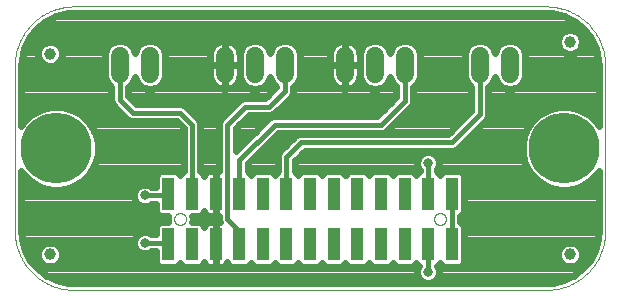
<source format=gtl>
G75*
%MOIN*%
%OFA0B0*%
%FSLAX25Y25*%
%IPPOS*%
%LPD*%
%AMOC8*
5,1,8,0,0,1.08239X$1,22.5*
%
%ADD10C,0.00000*%
%ADD11C,0.06000*%
%ADD12R,0.03937X0.10827*%
%ADD13C,0.23622*%
%ADD14C,0.03937*%
%ADD15C,0.03150*%
%ADD16C,0.01600*%
%ADD17C,0.02400*%
D10*
X0045507Y0040429D02*
X0202987Y0040429D01*
X0203463Y0040435D01*
X0203938Y0040452D01*
X0204413Y0040481D01*
X0204887Y0040521D01*
X0205360Y0040573D01*
X0205831Y0040636D01*
X0206301Y0040710D01*
X0206769Y0040796D01*
X0207235Y0040893D01*
X0207698Y0041001D01*
X0208158Y0041120D01*
X0208616Y0041251D01*
X0209070Y0041392D01*
X0209521Y0041545D01*
X0209967Y0041708D01*
X0210410Y0041882D01*
X0210848Y0042067D01*
X0211282Y0042262D01*
X0211711Y0042468D01*
X0212135Y0042684D01*
X0212554Y0042910D01*
X0212967Y0043146D01*
X0213374Y0043392D01*
X0213775Y0043648D01*
X0214169Y0043914D01*
X0214558Y0044189D01*
X0214939Y0044473D01*
X0215313Y0044766D01*
X0215681Y0045068D01*
X0216041Y0045380D01*
X0216393Y0045699D01*
X0216737Y0046027D01*
X0217074Y0046364D01*
X0217402Y0046708D01*
X0217721Y0047060D01*
X0218033Y0047420D01*
X0218335Y0047788D01*
X0218628Y0048162D01*
X0218912Y0048543D01*
X0219187Y0048932D01*
X0219453Y0049326D01*
X0219709Y0049727D01*
X0219955Y0050134D01*
X0220191Y0050547D01*
X0220417Y0050966D01*
X0220633Y0051390D01*
X0220839Y0051819D01*
X0221034Y0052253D01*
X0221219Y0052691D01*
X0221393Y0053134D01*
X0221556Y0053580D01*
X0221709Y0054031D01*
X0221850Y0054485D01*
X0221981Y0054943D01*
X0222100Y0055403D01*
X0222208Y0055866D01*
X0222305Y0056332D01*
X0222391Y0056800D01*
X0222465Y0057270D01*
X0222528Y0057741D01*
X0222580Y0058214D01*
X0222620Y0058688D01*
X0222649Y0059163D01*
X0222666Y0059638D01*
X0222672Y0060114D01*
X0222672Y0115232D01*
X0222666Y0115708D01*
X0222649Y0116183D01*
X0222620Y0116658D01*
X0222580Y0117132D01*
X0222528Y0117605D01*
X0222465Y0118076D01*
X0222391Y0118546D01*
X0222305Y0119014D01*
X0222208Y0119480D01*
X0222100Y0119943D01*
X0221981Y0120403D01*
X0221850Y0120861D01*
X0221709Y0121315D01*
X0221556Y0121766D01*
X0221393Y0122212D01*
X0221219Y0122655D01*
X0221034Y0123093D01*
X0220839Y0123527D01*
X0220633Y0123956D01*
X0220417Y0124380D01*
X0220191Y0124799D01*
X0219955Y0125212D01*
X0219709Y0125619D01*
X0219453Y0126020D01*
X0219187Y0126414D01*
X0218912Y0126803D01*
X0218628Y0127184D01*
X0218335Y0127558D01*
X0218033Y0127926D01*
X0217721Y0128286D01*
X0217402Y0128638D01*
X0217074Y0128982D01*
X0216737Y0129319D01*
X0216393Y0129647D01*
X0216041Y0129966D01*
X0215681Y0130278D01*
X0215313Y0130580D01*
X0214939Y0130873D01*
X0214558Y0131157D01*
X0214169Y0131432D01*
X0213775Y0131698D01*
X0213374Y0131954D01*
X0212967Y0132200D01*
X0212554Y0132436D01*
X0212135Y0132662D01*
X0211711Y0132878D01*
X0211282Y0133084D01*
X0210848Y0133279D01*
X0210410Y0133464D01*
X0209967Y0133638D01*
X0209521Y0133801D01*
X0209070Y0133954D01*
X0208616Y0134095D01*
X0208158Y0134226D01*
X0207698Y0134345D01*
X0207235Y0134453D01*
X0206769Y0134550D01*
X0206301Y0134636D01*
X0205831Y0134710D01*
X0205360Y0134773D01*
X0204887Y0134825D01*
X0204413Y0134865D01*
X0203938Y0134894D01*
X0203463Y0134911D01*
X0202987Y0134917D01*
X0045507Y0134917D01*
X0045031Y0134911D01*
X0044556Y0134894D01*
X0044081Y0134865D01*
X0043607Y0134825D01*
X0043134Y0134773D01*
X0042663Y0134710D01*
X0042193Y0134636D01*
X0041725Y0134550D01*
X0041259Y0134453D01*
X0040796Y0134345D01*
X0040336Y0134226D01*
X0039878Y0134095D01*
X0039424Y0133954D01*
X0038973Y0133801D01*
X0038527Y0133638D01*
X0038084Y0133464D01*
X0037646Y0133279D01*
X0037212Y0133084D01*
X0036783Y0132878D01*
X0036359Y0132662D01*
X0035940Y0132436D01*
X0035527Y0132200D01*
X0035120Y0131954D01*
X0034719Y0131698D01*
X0034325Y0131432D01*
X0033936Y0131157D01*
X0033555Y0130873D01*
X0033181Y0130580D01*
X0032813Y0130278D01*
X0032453Y0129966D01*
X0032101Y0129647D01*
X0031757Y0129319D01*
X0031420Y0128982D01*
X0031092Y0128638D01*
X0030773Y0128286D01*
X0030461Y0127926D01*
X0030159Y0127558D01*
X0029866Y0127184D01*
X0029582Y0126803D01*
X0029307Y0126414D01*
X0029041Y0126020D01*
X0028785Y0125619D01*
X0028539Y0125212D01*
X0028303Y0124799D01*
X0028077Y0124380D01*
X0027861Y0123956D01*
X0027655Y0123527D01*
X0027460Y0123093D01*
X0027275Y0122655D01*
X0027101Y0122212D01*
X0026938Y0121766D01*
X0026785Y0121315D01*
X0026644Y0120861D01*
X0026513Y0120403D01*
X0026394Y0119943D01*
X0026286Y0119480D01*
X0026189Y0119014D01*
X0026103Y0118546D01*
X0026029Y0118076D01*
X0025966Y0117605D01*
X0025914Y0117132D01*
X0025874Y0116658D01*
X0025845Y0116183D01*
X0025828Y0115708D01*
X0025822Y0115232D01*
X0025822Y0060114D01*
X0025828Y0059638D01*
X0025845Y0059163D01*
X0025874Y0058688D01*
X0025914Y0058214D01*
X0025966Y0057741D01*
X0026029Y0057270D01*
X0026103Y0056800D01*
X0026189Y0056332D01*
X0026286Y0055866D01*
X0026394Y0055403D01*
X0026513Y0054943D01*
X0026644Y0054485D01*
X0026785Y0054031D01*
X0026938Y0053580D01*
X0027101Y0053134D01*
X0027275Y0052691D01*
X0027460Y0052253D01*
X0027655Y0051819D01*
X0027861Y0051390D01*
X0028077Y0050966D01*
X0028303Y0050547D01*
X0028539Y0050134D01*
X0028785Y0049727D01*
X0029041Y0049326D01*
X0029307Y0048932D01*
X0029582Y0048543D01*
X0029866Y0048162D01*
X0030159Y0047788D01*
X0030461Y0047420D01*
X0030773Y0047060D01*
X0031092Y0046708D01*
X0031420Y0046364D01*
X0031757Y0046027D01*
X0032101Y0045699D01*
X0032453Y0045380D01*
X0032813Y0045068D01*
X0033181Y0044766D01*
X0033555Y0044473D01*
X0033936Y0044189D01*
X0034325Y0043914D01*
X0034719Y0043648D01*
X0035120Y0043392D01*
X0035527Y0043146D01*
X0035940Y0042910D01*
X0036359Y0042684D01*
X0036783Y0042468D01*
X0037212Y0042262D01*
X0037646Y0042067D01*
X0038084Y0041882D01*
X0038527Y0041708D01*
X0038973Y0041545D01*
X0039424Y0041392D01*
X0039878Y0041251D01*
X0040336Y0041120D01*
X0040796Y0041001D01*
X0041259Y0040893D01*
X0041725Y0040796D01*
X0042193Y0040710D01*
X0042663Y0040636D01*
X0043134Y0040573D01*
X0043607Y0040521D01*
X0044081Y0040481D01*
X0044556Y0040452D01*
X0045031Y0040435D01*
X0045507Y0040429D01*
X0078971Y0064051D02*
X0078973Y0064139D01*
X0078979Y0064227D01*
X0078989Y0064315D01*
X0079003Y0064403D01*
X0079020Y0064489D01*
X0079042Y0064575D01*
X0079067Y0064659D01*
X0079097Y0064743D01*
X0079129Y0064825D01*
X0079166Y0064905D01*
X0079206Y0064984D01*
X0079250Y0065061D01*
X0079297Y0065136D01*
X0079347Y0065208D01*
X0079401Y0065279D01*
X0079457Y0065346D01*
X0079517Y0065412D01*
X0079579Y0065474D01*
X0079645Y0065534D01*
X0079712Y0065590D01*
X0079783Y0065644D01*
X0079855Y0065694D01*
X0079930Y0065741D01*
X0080007Y0065785D01*
X0080086Y0065825D01*
X0080166Y0065862D01*
X0080248Y0065894D01*
X0080332Y0065924D01*
X0080416Y0065949D01*
X0080502Y0065971D01*
X0080588Y0065988D01*
X0080676Y0066002D01*
X0080764Y0066012D01*
X0080852Y0066018D01*
X0080940Y0066020D01*
X0081028Y0066018D01*
X0081116Y0066012D01*
X0081204Y0066002D01*
X0081292Y0065988D01*
X0081378Y0065971D01*
X0081464Y0065949D01*
X0081548Y0065924D01*
X0081632Y0065894D01*
X0081714Y0065862D01*
X0081794Y0065825D01*
X0081873Y0065785D01*
X0081950Y0065741D01*
X0082025Y0065694D01*
X0082097Y0065644D01*
X0082168Y0065590D01*
X0082235Y0065534D01*
X0082301Y0065474D01*
X0082363Y0065412D01*
X0082423Y0065346D01*
X0082479Y0065279D01*
X0082533Y0065208D01*
X0082583Y0065136D01*
X0082630Y0065061D01*
X0082674Y0064984D01*
X0082714Y0064905D01*
X0082751Y0064825D01*
X0082783Y0064743D01*
X0082813Y0064659D01*
X0082838Y0064575D01*
X0082860Y0064489D01*
X0082877Y0064403D01*
X0082891Y0064315D01*
X0082901Y0064227D01*
X0082907Y0064139D01*
X0082909Y0064051D01*
X0082907Y0063963D01*
X0082901Y0063875D01*
X0082891Y0063787D01*
X0082877Y0063699D01*
X0082860Y0063613D01*
X0082838Y0063527D01*
X0082813Y0063443D01*
X0082783Y0063359D01*
X0082751Y0063277D01*
X0082714Y0063197D01*
X0082674Y0063118D01*
X0082630Y0063041D01*
X0082583Y0062966D01*
X0082533Y0062894D01*
X0082479Y0062823D01*
X0082423Y0062756D01*
X0082363Y0062690D01*
X0082301Y0062628D01*
X0082235Y0062568D01*
X0082168Y0062512D01*
X0082097Y0062458D01*
X0082025Y0062408D01*
X0081950Y0062361D01*
X0081873Y0062317D01*
X0081794Y0062277D01*
X0081714Y0062240D01*
X0081632Y0062208D01*
X0081548Y0062178D01*
X0081464Y0062153D01*
X0081378Y0062131D01*
X0081292Y0062114D01*
X0081204Y0062100D01*
X0081116Y0062090D01*
X0081028Y0062084D01*
X0080940Y0062082D01*
X0080852Y0062084D01*
X0080764Y0062090D01*
X0080676Y0062100D01*
X0080588Y0062114D01*
X0080502Y0062131D01*
X0080416Y0062153D01*
X0080332Y0062178D01*
X0080248Y0062208D01*
X0080166Y0062240D01*
X0080086Y0062277D01*
X0080007Y0062317D01*
X0079930Y0062361D01*
X0079855Y0062408D01*
X0079783Y0062458D01*
X0079712Y0062512D01*
X0079645Y0062568D01*
X0079579Y0062628D01*
X0079517Y0062690D01*
X0079457Y0062756D01*
X0079401Y0062823D01*
X0079347Y0062894D01*
X0079297Y0062966D01*
X0079250Y0063041D01*
X0079206Y0063118D01*
X0079166Y0063197D01*
X0079129Y0063277D01*
X0079097Y0063359D01*
X0079067Y0063443D01*
X0079042Y0063527D01*
X0079020Y0063613D01*
X0079003Y0063699D01*
X0078989Y0063787D01*
X0078979Y0063875D01*
X0078973Y0063963D01*
X0078971Y0064051D01*
X0165585Y0064051D02*
X0165587Y0064139D01*
X0165593Y0064227D01*
X0165603Y0064315D01*
X0165617Y0064403D01*
X0165634Y0064489D01*
X0165656Y0064575D01*
X0165681Y0064659D01*
X0165711Y0064743D01*
X0165743Y0064825D01*
X0165780Y0064905D01*
X0165820Y0064984D01*
X0165864Y0065061D01*
X0165911Y0065136D01*
X0165961Y0065208D01*
X0166015Y0065279D01*
X0166071Y0065346D01*
X0166131Y0065412D01*
X0166193Y0065474D01*
X0166259Y0065534D01*
X0166326Y0065590D01*
X0166397Y0065644D01*
X0166469Y0065694D01*
X0166544Y0065741D01*
X0166621Y0065785D01*
X0166700Y0065825D01*
X0166780Y0065862D01*
X0166862Y0065894D01*
X0166946Y0065924D01*
X0167030Y0065949D01*
X0167116Y0065971D01*
X0167202Y0065988D01*
X0167290Y0066002D01*
X0167378Y0066012D01*
X0167466Y0066018D01*
X0167554Y0066020D01*
X0167642Y0066018D01*
X0167730Y0066012D01*
X0167818Y0066002D01*
X0167906Y0065988D01*
X0167992Y0065971D01*
X0168078Y0065949D01*
X0168162Y0065924D01*
X0168246Y0065894D01*
X0168328Y0065862D01*
X0168408Y0065825D01*
X0168487Y0065785D01*
X0168564Y0065741D01*
X0168639Y0065694D01*
X0168711Y0065644D01*
X0168782Y0065590D01*
X0168849Y0065534D01*
X0168915Y0065474D01*
X0168977Y0065412D01*
X0169037Y0065346D01*
X0169093Y0065279D01*
X0169147Y0065208D01*
X0169197Y0065136D01*
X0169244Y0065061D01*
X0169288Y0064984D01*
X0169328Y0064905D01*
X0169365Y0064825D01*
X0169397Y0064743D01*
X0169427Y0064659D01*
X0169452Y0064575D01*
X0169474Y0064489D01*
X0169491Y0064403D01*
X0169505Y0064315D01*
X0169515Y0064227D01*
X0169521Y0064139D01*
X0169523Y0064051D01*
X0169521Y0063963D01*
X0169515Y0063875D01*
X0169505Y0063787D01*
X0169491Y0063699D01*
X0169474Y0063613D01*
X0169452Y0063527D01*
X0169427Y0063443D01*
X0169397Y0063359D01*
X0169365Y0063277D01*
X0169328Y0063197D01*
X0169288Y0063118D01*
X0169244Y0063041D01*
X0169197Y0062966D01*
X0169147Y0062894D01*
X0169093Y0062823D01*
X0169037Y0062756D01*
X0168977Y0062690D01*
X0168915Y0062628D01*
X0168849Y0062568D01*
X0168782Y0062512D01*
X0168711Y0062458D01*
X0168639Y0062408D01*
X0168564Y0062361D01*
X0168487Y0062317D01*
X0168408Y0062277D01*
X0168328Y0062240D01*
X0168246Y0062208D01*
X0168162Y0062178D01*
X0168078Y0062153D01*
X0167992Y0062131D01*
X0167906Y0062114D01*
X0167818Y0062100D01*
X0167730Y0062090D01*
X0167642Y0062084D01*
X0167554Y0062082D01*
X0167466Y0062084D01*
X0167378Y0062090D01*
X0167290Y0062100D01*
X0167202Y0062114D01*
X0167116Y0062131D01*
X0167030Y0062153D01*
X0166946Y0062178D01*
X0166862Y0062208D01*
X0166780Y0062240D01*
X0166700Y0062277D01*
X0166621Y0062317D01*
X0166544Y0062361D01*
X0166469Y0062408D01*
X0166397Y0062458D01*
X0166326Y0062512D01*
X0166259Y0062568D01*
X0166193Y0062628D01*
X0166131Y0062690D01*
X0166071Y0062756D01*
X0166015Y0062823D01*
X0165961Y0062894D01*
X0165911Y0062966D01*
X0165864Y0063041D01*
X0165820Y0063118D01*
X0165780Y0063197D01*
X0165743Y0063277D01*
X0165711Y0063359D01*
X0165681Y0063443D01*
X0165656Y0063527D01*
X0165634Y0063613D01*
X0165617Y0063699D01*
X0165603Y0063787D01*
X0165593Y0063875D01*
X0165587Y0063963D01*
X0165585Y0064051D01*
D11*
X0155822Y0112429D02*
X0155822Y0118429D01*
X0145822Y0118429D02*
X0145822Y0112429D01*
X0135822Y0112429D02*
X0135822Y0118429D01*
X0115822Y0118429D02*
X0115822Y0112429D01*
X0105822Y0112429D02*
X0105822Y0118429D01*
X0095822Y0118429D02*
X0095822Y0112429D01*
X0070822Y0112429D02*
X0070822Y0118429D01*
X0060822Y0118429D02*
X0060822Y0112429D01*
X0180822Y0112429D02*
X0180822Y0118429D01*
X0190822Y0118429D02*
X0190822Y0112429D01*
D12*
X0171491Y0072516D03*
X0163617Y0072516D03*
X0155743Y0072516D03*
X0147869Y0072516D03*
X0139995Y0072516D03*
X0132121Y0072516D03*
X0124247Y0072516D03*
X0116373Y0072516D03*
X0108499Y0072516D03*
X0100625Y0072516D03*
X0092751Y0072516D03*
X0084877Y0072516D03*
X0077003Y0072516D03*
X0077003Y0055587D03*
X0084877Y0055587D03*
X0092751Y0055587D03*
X0100625Y0055587D03*
X0108499Y0055587D03*
X0116373Y0055587D03*
X0124247Y0055587D03*
X0132121Y0055587D03*
X0139995Y0055587D03*
X0147869Y0055587D03*
X0155743Y0055587D03*
X0163617Y0055587D03*
X0171491Y0055587D03*
D13*
X0208893Y0087673D03*
X0039602Y0087673D03*
D14*
X0037633Y0119169D03*
X0037633Y0052240D03*
X0210861Y0052240D03*
X0210861Y0123106D03*
D15*
X0163617Y0082752D03*
X0163617Y0046335D03*
X0069129Y0056177D03*
X0069129Y0071925D03*
D16*
X0076413Y0071925D01*
X0077003Y0072516D01*
X0084877Y0072516D02*
X0084877Y0095547D01*
X0080940Y0099484D01*
X0065192Y0099484D01*
X0060822Y0103854D01*
X0060822Y0115429D01*
X0096688Y0095547D02*
X0102594Y0101453D01*
X0110468Y0101453D01*
X0115822Y0106807D01*
X0115822Y0115429D01*
X0112436Y0095547D02*
X0147869Y0095547D01*
X0155743Y0103421D01*
X0155743Y0115350D01*
X0155822Y0115429D01*
X0180822Y0115429D02*
X0180822Y0098972D01*
X0171491Y0089642D01*
X0121294Y0089642D01*
X0116373Y0084720D01*
X0116373Y0072516D01*
X0100625Y0072516D02*
X0100625Y0083736D01*
X0112436Y0095547D01*
X0096688Y0095547D02*
X0096688Y0064051D01*
X0100625Y0060114D01*
X0100625Y0055587D01*
X0077003Y0055587D02*
X0076413Y0056177D01*
X0069129Y0056177D01*
X0163617Y0055587D02*
X0163617Y0046335D01*
X0171491Y0055587D02*
X0171491Y0072516D01*
X0163617Y0072516D02*
X0163617Y0082752D01*
D17*
X0162101Y0086001D02*
X0121623Y0086001D01*
X0122457Y0086835D02*
X0172050Y0086835D01*
X0173081Y0087262D01*
X0182412Y0096593D01*
X0183202Y0097382D01*
X0183629Y0098414D01*
X0183629Y0108172D01*
X0183658Y0108184D01*
X0185067Y0109593D01*
X0185822Y0111416D01*
X0186577Y0109593D01*
X0187986Y0108184D01*
X0189826Y0107422D01*
X0191818Y0107422D01*
X0193658Y0108184D01*
X0195067Y0109593D01*
X0195829Y0111433D01*
X0195829Y0119425D01*
X0195067Y0121265D01*
X0193658Y0122674D01*
X0191818Y0123436D01*
X0189826Y0123436D01*
X0187986Y0122674D01*
X0186577Y0121265D01*
X0185822Y0119442D01*
X0185067Y0121265D01*
X0183658Y0122674D01*
X0181818Y0123436D01*
X0179826Y0123436D01*
X0177986Y0122674D01*
X0176577Y0121265D01*
X0175815Y0119425D01*
X0175815Y0111433D01*
X0176577Y0109593D01*
X0177986Y0108184D01*
X0178015Y0108172D01*
X0178015Y0100135D01*
X0170329Y0092449D01*
X0120736Y0092449D01*
X0119704Y0092021D01*
X0118915Y0091232D01*
X0113993Y0086311D01*
X0113566Y0085279D01*
X0113566Y0079929D01*
X0112436Y0078799D01*
X0111299Y0079936D01*
X0105699Y0079936D01*
X0104562Y0078799D01*
X0103432Y0079929D01*
X0103432Y0082573D01*
X0113599Y0092740D01*
X0148428Y0092740D01*
X0149459Y0093168D01*
X0157333Y0101042D01*
X0158123Y0101831D01*
X0158550Y0102863D01*
X0158550Y0108140D01*
X0158658Y0108184D01*
X0160067Y0109593D01*
X0160829Y0111433D01*
X0160829Y0119425D01*
X0160067Y0121265D01*
X0158658Y0122674D01*
X0156818Y0123436D01*
X0154826Y0123436D01*
X0152986Y0122674D01*
X0151577Y0121265D01*
X0150822Y0119442D01*
X0150067Y0121265D01*
X0148658Y0122674D01*
X0146818Y0123436D01*
X0144826Y0123436D01*
X0142986Y0122674D01*
X0141577Y0121265D01*
X0140815Y0119425D01*
X0140815Y0111433D01*
X0141577Y0109593D01*
X0142986Y0108184D01*
X0144826Y0107422D01*
X0146818Y0107422D01*
X0148658Y0108184D01*
X0150067Y0109593D01*
X0150822Y0111416D01*
X0151577Y0109593D01*
X0152936Y0108234D01*
X0152936Y0104584D01*
X0146707Y0098354D01*
X0111878Y0098354D01*
X0110846Y0097927D01*
X0110056Y0097137D01*
X0099495Y0086576D01*
X0099495Y0094384D01*
X0103756Y0098646D01*
X0111026Y0098646D01*
X0112058Y0099073D01*
X0112847Y0099863D01*
X0118202Y0105217D01*
X0118629Y0106249D01*
X0118629Y0108172D01*
X0118658Y0108184D01*
X0120067Y0109593D01*
X0120829Y0111433D01*
X0120829Y0119425D01*
X0120067Y0121265D01*
X0118658Y0122674D01*
X0116818Y0123436D01*
X0114826Y0123436D01*
X0112986Y0122674D01*
X0111577Y0121265D01*
X0110822Y0119442D01*
X0110067Y0121265D01*
X0108658Y0122674D01*
X0106818Y0123436D01*
X0104826Y0123436D01*
X0102986Y0122674D01*
X0101577Y0121265D01*
X0100815Y0119425D01*
X0100815Y0111433D01*
X0101577Y0109593D01*
X0102986Y0108184D01*
X0104826Y0107422D01*
X0106818Y0107422D01*
X0108658Y0108184D01*
X0110067Y0109593D01*
X0110822Y0111416D01*
X0111577Y0109593D01*
X0112986Y0108184D01*
X0113015Y0108172D01*
X0113015Y0107970D01*
X0109305Y0104260D01*
X0102035Y0104260D01*
X0101004Y0103832D01*
X0094308Y0097137D01*
X0093881Y0096106D01*
X0093881Y0079917D01*
X0092751Y0079917D01*
X0090521Y0079917D01*
X0090016Y0079781D01*
X0089562Y0079519D01*
X0089192Y0079149D01*
X0088931Y0078696D01*
X0088853Y0078405D01*
X0088853Y0078760D01*
X0087684Y0079929D01*
X0087684Y0096106D01*
X0087257Y0097137D01*
X0086467Y0097927D01*
X0082530Y0101864D01*
X0081499Y0102291D01*
X0066355Y0102291D01*
X0063629Y0105017D01*
X0063629Y0108172D01*
X0063658Y0108184D01*
X0065067Y0109593D01*
X0065822Y0111416D01*
X0066577Y0109593D01*
X0067986Y0108184D01*
X0069826Y0107422D01*
X0071818Y0107422D01*
X0073658Y0108184D01*
X0075067Y0109593D01*
X0075829Y0111433D01*
X0075829Y0119425D01*
X0075067Y0121265D01*
X0073658Y0122674D01*
X0071818Y0123436D01*
X0069826Y0123436D01*
X0067986Y0122674D01*
X0066577Y0121265D01*
X0065822Y0119442D01*
X0065067Y0121265D01*
X0063658Y0122674D01*
X0061818Y0123436D01*
X0059826Y0123436D01*
X0057986Y0122674D01*
X0056577Y0121265D01*
X0055815Y0119425D01*
X0055815Y0111433D01*
X0056577Y0109593D01*
X0057986Y0108184D01*
X0058015Y0108172D01*
X0058015Y0103296D01*
X0058442Y0102264D01*
X0059232Y0101475D01*
X0063602Y0097105D01*
X0064634Y0096677D01*
X0079777Y0096677D01*
X0082070Y0094384D01*
X0082070Y0079929D01*
X0080940Y0078799D01*
X0079803Y0079936D01*
X0074203Y0079936D01*
X0073028Y0078760D01*
X0073028Y0074732D01*
X0071388Y0074732D01*
X0071158Y0074962D01*
X0069842Y0075507D01*
X0068417Y0075507D01*
X0067100Y0074962D01*
X0066093Y0073954D01*
X0065547Y0072638D01*
X0065547Y0071213D01*
X0066093Y0069896D01*
X0067100Y0068889D01*
X0068417Y0068343D01*
X0069842Y0068343D01*
X0071158Y0068889D01*
X0071388Y0069118D01*
X0073028Y0069118D01*
X0073028Y0066271D01*
X0074203Y0065095D01*
X0076878Y0065095D01*
X0076787Y0064877D01*
X0076787Y0063225D01*
X0076878Y0063007D01*
X0074203Y0063007D01*
X0073028Y0061831D01*
X0073028Y0058984D01*
X0071388Y0058984D01*
X0071158Y0059214D01*
X0069842Y0059759D01*
X0068417Y0059759D01*
X0067100Y0059214D01*
X0066093Y0058206D01*
X0065547Y0056890D01*
X0065547Y0055465D01*
X0066093Y0054148D01*
X0067100Y0053141D01*
X0068417Y0052595D01*
X0069842Y0052595D01*
X0071158Y0053141D01*
X0071388Y0053370D01*
X0073028Y0053370D01*
X0073028Y0049342D01*
X0074203Y0048166D01*
X0079803Y0048166D01*
X0080940Y0049303D01*
X0082077Y0048166D01*
X0087677Y0048166D01*
X0088853Y0049342D01*
X0088853Y0049697D01*
X0088931Y0049406D01*
X0089192Y0048953D01*
X0089562Y0048583D01*
X0090016Y0048321D01*
X0090521Y0048186D01*
X0092751Y0048186D01*
X0092751Y0055586D01*
X0092751Y0055586D01*
X0092751Y0048186D01*
X0094981Y0048186D01*
X0095487Y0048321D01*
X0095940Y0048583D01*
X0096310Y0048953D01*
X0096572Y0049406D01*
X0096650Y0049697D01*
X0096650Y0049342D01*
X0097825Y0048166D01*
X0103425Y0048166D01*
X0104562Y0049303D01*
X0105699Y0048166D01*
X0111299Y0048166D01*
X0112436Y0049303D01*
X0113573Y0048166D01*
X0119173Y0048166D01*
X0120310Y0049303D01*
X0121447Y0048166D01*
X0127047Y0048166D01*
X0128184Y0049303D01*
X0129321Y0048166D01*
X0134921Y0048166D01*
X0136058Y0049303D01*
X0137195Y0048166D01*
X0142795Y0048166D01*
X0143932Y0049303D01*
X0145069Y0048166D01*
X0150669Y0048166D01*
X0151806Y0049303D01*
X0152943Y0048166D01*
X0158543Y0048166D01*
X0159680Y0049303D01*
X0160600Y0048383D01*
X0160581Y0048364D01*
X0160035Y0047047D01*
X0160035Y0045622D01*
X0160581Y0044306D01*
X0161588Y0043298D01*
X0162905Y0042753D01*
X0164330Y0042753D01*
X0165646Y0043298D01*
X0166654Y0044306D01*
X0167199Y0045622D01*
X0167199Y0047047D01*
X0166654Y0048364D01*
X0166634Y0048383D01*
X0167554Y0049303D01*
X0168691Y0048166D01*
X0174291Y0048166D01*
X0175467Y0049342D01*
X0175467Y0061831D01*
X0174298Y0063000D01*
X0174298Y0065102D01*
X0175467Y0066271D01*
X0175467Y0078760D01*
X0174291Y0079936D01*
X0168691Y0079936D01*
X0167554Y0078799D01*
X0166424Y0079929D01*
X0166424Y0080493D01*
X0166654Y0080723D01*
X0167199Y0082039D01*
X0167199Y0083464D01*
X0166654Y0084781D01*
X0165646Y0085789D01*
X0164330Y0086334D01*
X0162905Y0086334D01*
X0161588Y0085789D01*
X0160581Y0084781D01*
X0160035Y0083464D01*
X0160035Y0082039D01*
X0160581Y0080723D01*
X0160810Y0080493D01*
X0160810Y0079929D01*
X0159680Y0078799D01*
X0158543Y0079936D01*
X0152943Y0079936D01*
X0151806Y0078799D01*
X0150669Y0079936D01*
X0145069Y0079936D01*
X0143932Y0078799D01*
X0142795Y0079936D01*
X0137195Y0079936D01*
X0136058Y0078799D01*
X0134921Y0079936D01*
X0129321Y0079936D01*
X0128184Y0078799D01*
X0127047Y0079936D01*
X0121447Y0079936D01*
X0120310Y0078799D01*
X0119180Y0079929D01*
X0119180Y0083558D01*
X0122457Y0086835D01*
X0119225Y0083602D02*
X0160093Y0083602D01*
X0160382Y0081204D02*
X0119180Y0081204D01*
X0120304Y0078805D02*
X0120316Y0078805D01*
X0113566Y0081204D02*
X0103432Y0081204D01*
X0104461Y0083602D02*
X0113566Y0083602D01*
X0113865Y0086001D02*
X0106860Y0086001D01*
X0109258Y0088399D02*
X0116082Y0088399D01*
X0118481Y0090798D02*
X0111657Y0090798D01*
X0108514Y0095595D02*
X0100706Y0095595D01*
X0099495Y0093196D02*
X0106116Y0093196D01*
X0103717Y0090798D02*
X0099495Y0090798D01*
X0099495Y0088399D02*
X0101319Y0088399D01*
X0093881Y0088399D02*
X0087684Y0088399D01*
X0087684Y0086001D02*
X0093881Y0086001D01*
X0093881Y0083602D02*
X0087684Y0083602D01*
X0087684Y0081204D02*
X0093881Y0081204D01*
X0092751Y0079917D02*
X0092751Y0072516D01*
X0092751Y0079917D01*
X0092751Y0078805D02*
X0092751Y0078805D01*
X0092751Y0076407D02*
X0092751Y0076407D01*
X0092751Y0074008D02*
X0092751Y0074008D01*
X0092751Y0072516D02*
X0092751Y0072516D01*
X0092751Y0072516D01*
X0092751Y0065115D01*
X0090521Y0065115D01*
X0090016Y0065250D01*
X0089562Y0065512D01*
X0089192Y0065882D01*
X0088931Y0066335D01*
X0088853Y0066626D01*
X0088853Y0066271D01*
X0087677Y0065095D01*
X0085003Y0065095D01*
X0085093Y0064877D01*
X0085093Y0063225D01*
X0085003Y0063007D01*
X0087677Y0063007D01*
X0088853Y0061831D01*
X0088853Y0061476D01*
X0088931Y0061767D01*
X0089192Y0062220D01*
X0089562Y0062590D01*
X0090016Y0062852D01*
X0090521Y0062987D01*
X0092751Y0062987D01*
X0092751Y0055587D01*
X0092751Y0055587D01*
X0092751Y0062987D01*
X0094090Y0062987D01*
X0093881Y0063493D01*
X0093881Y0065115D01*
X0092751Y0065115D01*
X0092751Y0072516D01*
X0092751Y0071610D02*
X0092751Y0071610D01*
X0092751Y0069211D02*
X0092751Y0069211D01*
X0092751Y0066813D02*
X0092751Y0066813D01*
X0093881Y0064414D02*
X0085093Y0064414D01*
X0088668Y0062016D02*
X0089074Y0062016D01*
X0092751Y0062016D02*
X0092751Y0062016D01*
X0092751Y0059617D02*
X0092751Y0059617D01*
X0092751Y0057219D02*
X0092751Y0057219D01*
X0092751Y0054820D02*
X0092751Y0054820D01*
X0092751Y0052422D02*
X0092751Y0052422D01*
X0092751Y0050023D02*
X0092751Y0050023D01*
X0073028Y0050023D02*
X0041018Y0050023D01*
X0041003Y0049988D02*
X0041609Y0051449D01*
X0041609Y0053031D01*
X0041003Y0054492D01*
X0039885Y0055610D01*
X0038424Y0056216D01*
X0036842Y0056216D01*
X0035381Y0055610D01*
X0034263Y0054492D01*
X0033657Y0053031D01*
X0033657Y0051449D01*
X0034263Y0049988D01*
X0035381Y0048870D01*
X0036842Y0048265D01*
X0038424Y0048265D01*
X0039885Y0048870D01*
X0041003Y0049988D01*
X0041609Y0052422D02*
X0073028Y0052422D01*
X0073028Y0059617D02*
X0070184Y0059617D01*
X0068074Y0059617D02*
X0028034Y0059617D01*
X0028006Y0060114D02*
X0028006Y0080121D01*
X0028544Y0079189D01*
X0031117Y0076616D01*
X0034268Y0074797D01*
X0037782Y0073855D01*
X0041421Y0073855D01*
X0044935Y0074797D01*
X0048086Y0076616D01*
X0050659Y0079189D01*
X0052478Y0082340D01*
X0053420Y0085854D01*
X0053420Y0089492D01*
X0052478Y0093007D01*
X0050659Y0096158D01*
X0048086Y0098730D01*
X0044935Y0100550D01*
X0041421Y0101491D01*
X0037782Y0101491D01*
X0034268Y0100550D01*
X0031117Y0098730D01*
X0028544Y0096158D01*
X0028006Y0095226D01*
X0028006Y0115232D01*
X0028116Y0117192D01*
X0028988Y0121012D01*
X0030689Y0124543D01*
X0033132Y0127607D01*
X0036196Y0130051D01*
X0039727Y0131751D01*
X0043548Y0132623D01*
X0045507Y0132733D01*
X0202987Y0132733D01*
X0204947Y0132623D01*
X0208768Y0131751D01*
X0212298Y0130051D01*
X0215362Y0127607D01*
X0217806Y0124543D01*
X0219506Y0121012D01*
X0220378Y0117192D01*
X0220488Y0115232D01*
X0220488Y0095226D01*
X0219950Y0096158D01*
X0217377Y0098730D01*
X0214227Y0100550D01*
X0210712Y0101491D01*
X0207074Y0101491D01*
X0203559Y0100550D01*
X0200408Y0098730D01*
X0197836Y0096158D01*
X0196016Y0093007D01*
X0195075Y0089492D01*
X0195075Y0085854D01*
X0196016Y0082340D01*
X0197836Y0079189D01*
X0200408Y0076616D01*
X0203559Y0074797D01*
X0207074Y0073855D01*
X0210712Y0073855D01*
X0214227Y0074797D01*
X0217377Y0076616D01*
X0219950Y0079189D01*
X0220488Y0080121D01*
X0220488Y0060114D01*
X0220378Y0058155D01*
X0219506Y0054334D01*
X0217806Y0050803D01*
X0215362Y0047739D01*
X0212298Y0045296D01*
X0208768Y0043595D01*
X0204947Y0042723D01*
X0202987Y0042613D01*
X0045507Y0042613D01*
X0043548Y0042723D01*
X0039727Y0043595D01*
X0036196Y0045296D01*
X0033132Y0047739D01*
X0030689Y0050803D01*
X0030689Y0050803D01*
X0028988Y0054334D01*
X0028116Y0058155D01*
X0028006Y0060114D01*
X0028006Y0062016D02*
X0073212Y0062016D01*
X0076787Y0064414D02*
X0028006Y0064414D01*
X0028006Y0066813D02*
X0073028Y0066813D01*
X0066777Y0069211D02*
X0028006Y0069211D01*
X0028006Y0071610D02*
X0065547Y0071610D01*
X0066147Y0074008D02*
X0041992Y0074008D01*
X0037211Y0074008D02*
X0028006Y0074008D01*
X0028006Y0076407D02*
X0031479Y0076407D01*
X0028928Y0078805D02*
X0028006Y0078805D01*
X0047724Y0076407D02*
X0073028Y0076407D01*
X0073072Y0078805D02*
X0050275Y0078805D01*
X0051822Y0081204D02*
X0082070Y0081204D01*
X0082070Y0083602D02*
X0052816Y0083602D01*
X0053420Y0086001D02*
X0082070Y0086001D01*
X0082070Y0088399D02*
X0053420Y0088399D01*
X0053070Y0090798D02*
X0082070Y0090798D01*
X0082070Y0093196D02*
X0052369Y0093196D01*
X0050984Y0095595D02*
X0080860Y0095595D01*
X0084002Y0100392D02*
X0097563Y0100392D01*
X0099962Y0102790D02*
X0065856Y0102790D01*
X0063629Y0105189D02*
X0110234Y0105189D01*
X0112633Y0107587D02*
X0107217Y0107587D01*
X0104427Y0107587D02*
X0097060Y0107587D01*
X0096990Y0107565D02*
X0097737Y0107807D01*
X0098436Y0108164D01*
X0099071Y0108625D01*
X0099626Y0109180D01*
X0100088Y0109815D01*
X0100444Y0110515D01*
X0100687Y0111261D01*
X0100809Y0112037D01*
X0100809Y0115429D01*
X0095822Y0115429D01*
X0095822Y0115429D01*
X0095822Y0107442D01*
X0095430Y0107442D01*
X0094654Y0107565D01*
X0093908Y0107807D01*
X0093208Y0108164D01*
X0092573Y0108625D01*
X0092018Y0109180D01*
X0091556Y0109815D01*
X0091200Y0110515D01*
X0090957Y0111261D01*
X0090835Y0112037D01*
X0090835Y0115429D01*
X0095822Y0115429D01*
X0095822Y0115429D01*
X0095822Y0107442D01*
X0096215Y0107442D01*
X0096990Y0107565D01*
X0095822Y0107587D02*
X0095822Y0107587D01*
X0094584Y0107587D02*
X0072217Y0107587D01*
X0069427Y0107587D02*
X0063629Y0107587D01*
X0065230Y0109986D02*
X0066414Y0109986D01*
X0058015Y0107587D02*
X0028006Y0107587D01*
X0028006Y0105189D02*
X0058015Y0105189D01*
X0058224Y0102790D02*
X0028006Y0102790D01*
X0028006Y0100392D02*
X0033995Y0100392D01*
X0030380Y0097993D02*
X0028006Y0097993D01*
X0028006Y0095595D02*
X0028219Y0095595D01*
X0045208Y0100392D02*
X0060315Y0100392D01*
X0062713Y0097993D02*
X0048823Y0097993D01*
X0056414Y0109986D02*
X0028006Y0109986D01*
X0028006Y0112384D02*
X0055815Y0112384D01*
X0055815Y0114783D02*
X0028006Y0114783D01*
X0028116Y0117181D02*
X0034153Y0117181D01*
X0034263Y0116917D02*
X0035381Y0115799D01*
X0036842Y0115194D01*
X0038424Y0115194D01*
X0039885Y0115799D01*
X0041003Y0116917D01*
X0041609Y0118378D01*
X0041609Y0119960D01*
X0041003Y0121421D01*
X0039885Y0122540D01*
X0038424Y0123145D01*
X0036842Y0123145D01*
X0035381Y0122540D01*
X0034263Y0121421D01*
X0033657Y0119960D01*
X0033657Y0118378D01*
X0034263Y0116917D01*
X0033657Y0119580D02*
X0028661Y0119580D01*
X0029454Y0121979D02*
X0034820Y0121979D01*
X0030609Y0124377D02*
X0207085Y0124377D01*
X0206886Y0123897D02*
X0206886Y0122315D01*
X0207491Y0120854D01*
X0208609Y0119736D01*
X0210071Y0119131D01*
X0211652Y0119131D01*
X0213113Y0119736D01*
X0214232Y0120854D01*
X0214837Y0122315D01*
X0214837Y0123897D01*
X0214232Y0125358D01*
X0213113Y0126477D01*
X0211652Y0127082D01*
X0210071Y0127082D01*
X0208609Y0126477D01*
X0207491Y0125358D01*
X0206886Y0123897D01*
X0207025Y0121979D02*
X0194354Y0121979D01*
X0195765Y0119580D02*
X0208986Y0119580D01*
X0212737Y0119580D02*
X0219833Y0119580D01*
X0220379Y0117181D02*
X0195829Y0117181D01*
X0195829Y0114783D02*
X0220488Y0114783D01*
X0220488Y0112384D02*
X0195829Y0112384D01*
X0195230Y0109986D02*
X0220488Y0109986D01*
X0220488Y0107587D02*
X0192217Y0107587D01*
X0189427Y0107587D02*
X0183629Y0107587D01*
X0183629Y0105189D02*
X0220488Y0105189D01*
X0220488Y0102790D02*
X0183629Y0102790D01*
X0183629Y0100392D02*
X0203286Y0100392D01*
X0199671Y0097993D02*
X0183455Y0097993D01*
X0181414Y0095595D02*
X0197511Y0095595D01*
X0196126Y0093196D02*
X0179016Y0093196D01*
X0176617Y0090798D02*
X0195425Y0090798D01*
X0195075Y0088399D02*
X0174219Y0088399D01*
X0171076Y0093196D02*
X0149488Y0093196D01*
X0151887Y0095595D02*
X0173475Y0095595D01*
X0175873Y0097993D02*
X0154285Y0097993D01*
X0156684Y0100392D02*
X0178015Y0100392D01*
X0178015Y0102790D02*
X0158520Y0102790D01*
X0158550Y0105189D02*
X0178015Y0105189D01*
X0178015Y0107587D02*
X0158550Y0107587D01*
X0160230Y0109986D02*
X0176414Y0109986D01*
X0175815Y0112384D02*
X0160829Y0112384D01*
X0160829Y0114783D02*
X0175815Y0114783D01*
X0175815Y0117181D02*
X0160829Y0117181D01*
X0160765Y0119580D02*
X0175879Y0119580D01*
X0177290Y0121979D02*
X0159354Y0121979D01*
X0152290Y0121979D02*
X0149354Y0121979D01*
X0150765Y0119580D02*
X0150879Y0119580D01*
X0142290Y0121979D02*
X0139326Y0121979D01*
X0139071Y0122233D02*
X0138436Y0122695D01*
X0137737Y0123051D01*
X0136990Y0123294D01*
X0136215Y0123417D01*
X0135822Y0123417D01*
X0135430Y0123417D01*
X0134654Y0123294D01*
X0133908Y0123051D01*
X0133208Y0122695D01*
X0132573Y0122233D01*
X0132018Y0121678D01*
X0131556Y0121043D01*
X0131200Y0120344D01*
X0130957Y0119597D01*
X0130835Y0118822D01*
X0130835Y0115429D01*
X0130835Y0112037D01*
X0130957Y0111261D01*
X0131200Y0110515D01*
X0131556Y0109815D01*
X0132018Y0109180D01*
X0132573Y0108625D01*
X0133208Y0108164D01*
X0133908Y0107807D01*
X0134654Y0107565D01*
X0135430Y0107442D01*
X0135822Y0107442D01*
X0135822Y0115429D01*
X0135822Y0115429D01*
X0130835Y0115429D01*
X0135822Y0115429D01*
X0135822Y0115429D01*
X0135822Y0107442D01*
X0136215Y0107442D01*
X0136990Y0107565D01*
X0137737Y0107807D01*
X0138436Y0108164D01*
X0139071Y0108625D01*
X0139626Y0109180D01*
X0140088Y0109815D01*
X0140444Y0110515D01*
X0140687Y0111261D01*
X0140809Y0112037D01*
X0140809Y0115429D01*
X0135822Y0115429D01*
X0135822Y0115429D01*
X0140809Y0115429D01*
X0140809Y0118822D01*
X0140687Y0119597D01*
X0140444Y0120344D01*
X0140088Y0121043D01*
X0139626Y0121678D01*
X0139071Y0122233D01*
X0140689Y0119580D02*
X0140879Y0119580D01*
X0140815Y0117181D02*
X0140809Y0117181D01*
X0140809Y0114783D02*
X0140815Y0114783D01*
X0140809Y0112384D02*
X0140815Y0112384D01*
X0141414Y0109986D02*
X0140175Y0109986D01*
X0137060Y0107587D02*
X0144427Y0107587D01*
X0147217Y0107587D02*
X0152936Y0107587D01*
X0152936Y0105189D02*
X0118174Y0105189D01*
X0118629Y0107587D02*
X0134584Y0107587D01*
X0135822Y0107587D02*
X0135822Y0107587D01*
X0135822Y0109986D02*
X0135822Y0109986D01*
X0135822Y0112384D02*
X0135822Y0112384D01*
X0135822Y0114783D02*
X0135822Y0114783D01*
X0135822Y0115429D02*
X0135822Y0123417D01*
X0135822Y0115429D01*
X0135822Y0115429D01*
X0135822Y0117181D02*
X0135822Y0117181D01*
X0135822Y0119580D02*
X0135822Y0119580D01*
X0135822Y0121979D02*
X0135822Y0121979D01*
X0132318Y0121979D02*
X0119354Y0121979D01*
X0120765Y0119580D02*
X0130955Y0119580D01*
X0130835Y0117181D02*
X0120829Y0117181D01*
X0120829Y0114783D02*
X0130835Y0114783D01*
X0130835Y0112384D02*
X0120829Y0112384D01*
X0120230Y0109986D02*
X0131469Y0109986D01*
X0115775Y0102790D02*
X0151143Y0102790D01*
X0148744Y0100392D02*
X0113377Y0100392D01*
X0111007Y0097993D02*
X0103104Y0097993D01*
X0095165Y0097993D02*
X0086401Y0097993D01*
X0087684Y0095595D02*
X0093881Y0095595D01*
X0093881Y0093196D02*
X0087684Y0093196D01*
X0087684Y0090798D02*
X0093881Y0090798D01*
X0088994Y0078805D02*
X0088808Y0078805D01*
X0080946Y0078805D02*
X0080934Y0078805D01*
X0104556Y0078805D02*
X0104568Y0078805D01*
X0112430Y0078805D02*
X0112442Y0078805D01*
X0128178Y0078805D02*
X0128191Y0078805D01*
X0136052Y0078805D02*
X0136065Y0078805D01*
X0143926Y0078805D02*
X0143939Y0078805D01*
X0151800Y0078805D02*
X0151813Y0078805D01*
X0159674Y0078805D02*
X0159687Y0078805D01*
X0166853Y0081204D02*
X0196672Y0081204D01*
X0195678Y0083602D02*
X0167142Y0083602D01*
X0165134Y0086001D02*
X0195075Y0086001D01*
X0198219Y0078805D02*
X0175422Y0078805D01*
X0175467Y0076407D02*
X0200771Y0076407D01*
X0206502Y0074008D02*
X0175467Y0074008D01*
X0175467Y0071610D02*
X0220488Y0071610D01*
X0220488Y0074008D02*
X0211284Y0074008D01*
X0217015Y0076407D02*
X0220488Y0076407D01*
X0220488Y0078805D02*
X0219567Y0078805D01*
X0220488Y0069211D02*
X0175467Y0069211D01*
X0175467Y0066813D02*
X0220488Y0066813D01*
X0220488Y0064414D02*
X0174298Y0064414D01*
X0175283Y0062016D02*
X0220488Y0062016D01*
X0220460Y0059617D02*
X0175467Y0059617D01*
X0175467Y0057219D02*
X0220165Y0057219D01*
X0219617Y0054820D02*
X0213904Y0054820D01*
X0214232Y0054492D02*
X0213113Y0055610D01*
X0211652Y0056216D01*
X0210071Y0056216D01*
X0208609Y0055610D01*
X0207491Y0054492D01*
X0206886Y0053031D01*
X0206886Y0051449D01*
X0207491Y0049988D01*
X0208609Y0048870D01*
X0210071Y0048265D01*
X0211652Y0048265D01*
X0213113Y0048870D01*
X0214232Y0049988D01*
X0214837Y0051449D01*
X0214837Y0053031D01*
X0214232Y0054492D01*
X0214837Y0052422D02*
X0218585Y0052422D01*
X0217184Y0050023D02*
X0214246Y0050023D01*
X0215219Y0047625D02*
X0166960Y0047625D01*
X0167035Y0045226D02*
X0212154Y0045226D01*
X0207477Y0050023D02*
X0175467Y0050023D01*
X0175467Y0052422D02*
X0206886Y0052422D01*
X0207819Y0054820D02*
X0175467Y0054820D01*
X0164511Y0042828D02*
X0205404Y0042828D01*
X0162724Y0042828D02*
X0043091Y0042828D01*
X0036341Y0045226D02*
X0160199Y0045226D01*
X0160275Y0047625D02*
X0033276Y0047625D01*
X0034248Y0050023D02*
X0031311Y0050023D01*
X0029909Y0052422D02*
X0033657Y0052422D01*
X0034591Y0054820D02*
X0028877Y0054820D01*
X0028330Y0057219D02*
X0065684Y0057219D01*
X0065814Y0054820D02*
X0040675Y0054820D01*
X0075230Y0109986D02*
X0091469Y0109986D01*
X0090835Y0112384D02*
X0075829Y0112384D01*
X0075829Y0114783D02*
X0090835Y0114783D01*
X0090835Y0115429D02*
X0095822Y0115429D01*
X0095822Y0115429D01*
X0100809Y0115429D01*
X0100809Y0118822D01*
X0100687Y0119597D01*
X0100444Y0120344D01*
X0100088Y0121043D01*
X0099626Y0121678D01*
X0099071Y0122233D01*
X0098436Y0122695D01*
X0097737Y0123051D01*
X0096990Y0123294D01*
X0096215Y0123417D01*
X0095822Y0123417D01*
X0095430Y0123417D01*
X0094654Y0123294D01*
X0093908Y0123051D01*
X0093208Y0122695D01*
X0092573Y0122233D01*
X0092018Y0121678D01*
X0091556Y0121043D01*
X0091200Y0120344D01*
X0090957Y0119597D01*
X0090835Y0118822D01*
X0090835Y0115429D01*
X0090835Y0117181D02*
X0075829Y0117181D01*
X0075765Y0119580D02*
X0090955Y0119580D01*
X0092318Y0121979D02*
X0074354Y0121979D01*
X0067290Y0121979D02*
X0064354Y0121979D01*
X0065765Y0119580D02*
X0065879Y0119580D01*
X0057290Y0121979D02*
X0040446Y0121979D01*
X0041609Y0119580D02*
X0055879Y0119580D01*
X0055815Y0117181D02*
X0041113Y0117181D01*
X0032469Y0126776D02*
X0209331Y0126776D01*
X0212392Y0126776D02*
X0216026Y0126776D01*
X0214638Y0124377D02*
X0217886Y0124377D01*
X0219041Y0121979D02*
X0214697Y0121979D01*
X0213398Y0129174D02*
X0035097Y0129174D01*
X0039356Y0131573D02*
X0209138Y0131573D01*
X0187290Y0121979D02*
X0184354Y0121979D01*
X0185765Y0119580D02*
X0185879Y0119580D01*
X0186414Y0109986D02*
X0185230Y0109986D01*
X0214500Y0100392D02*
X0220488Y0100392D01*
X0220488Y0097993D02*
X0218114Y0097993D01*
X0220275Y0095595D02*
X0220488Y0095595D01*
X0167561Y0078805D02*
X0167548Y0078805D01*
X0151414Y0109986D02*
X0150230Y0109986D01*
X0111414Y0109986D02*
X0110230Y0109986D01*
X0101414Y0109986D02*
X0100175Y0109986D01*
X0100809Y0112384D02*
X0100815Y0112384D01*
X0100809Y0114783D02*
X0100815Y0114783D01*
X0100809Y0117181D02*
X0100815Y0117181D01*
X0100879Y0119580D02*
X0100689Y0119580D01*
X0099326Y0121979D02*
X0102290Y0121979D01*
X0095822Y0121979D02*
X0095822Y0121979D01*
X0095822Y0123417D02*
X0095822Y0115429D01*
X0095822Y0115429D01*
X0095822Y0123417D01*
X0095822Y0119580D02*
X0095822Y0119580D01*
X0095822Y0117181D02*
X0095822Y0117181D01*
X0095822Y0114783D02*
X0095822Y0114783D01*
X0095822Y0112384D02*
X0095822Y0112384D01*
X0095822Y0109986D02*
X0095822Y0109986D01*
X0110765Y0119580D02*
X0110879Y0119580D01*
X0112290Y0121979D02*
X0109354Y0121979D01*
M02*

</source>
